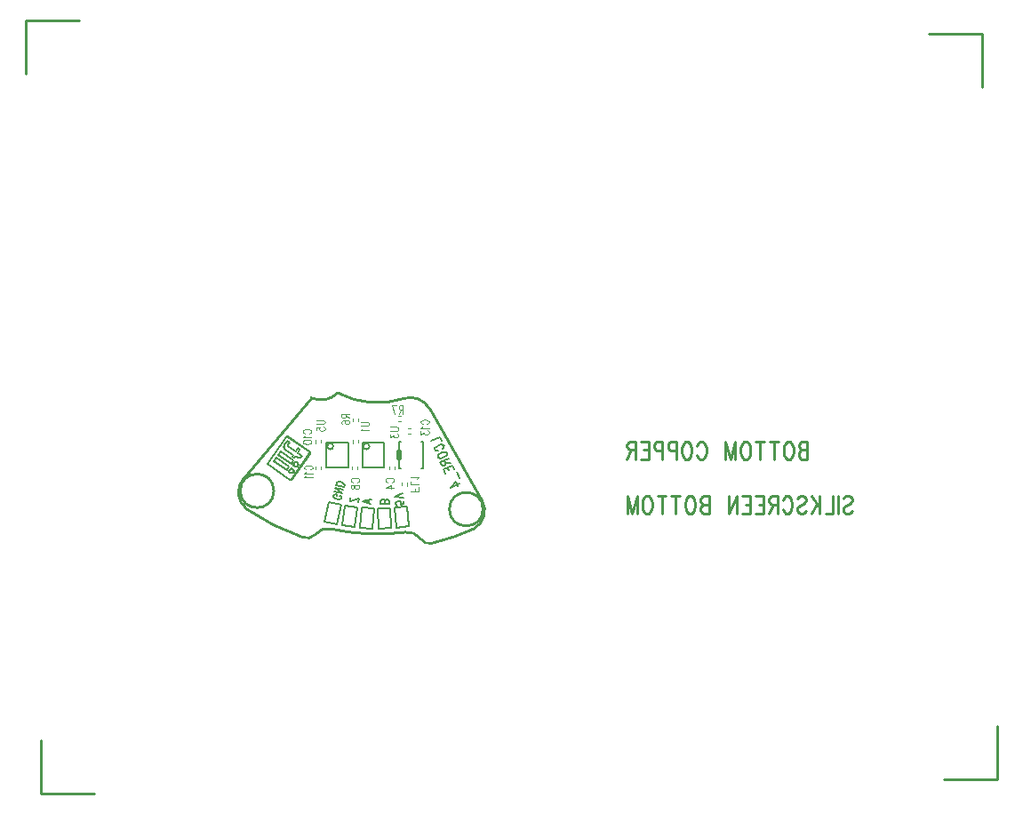
<source format=gbr>
*
*
G04 PADS 9.5 Build Number: 522968 generated Gerber (RS-274-X) file*
G04 PC Version=2.1*
*
%IN "LCORE_4.pcb"*%
*
%MOIN*%
*
%FSLAX35Y35*%
*
*
*
*
G04 PC Standard Apertures*
*
*
G04 Thermal Relief Aperture macro.*
%AMTER*
1,1,$1,0,0*
1,0,$1-$2,0,0*
21,0,$3,$4,0,0,45*
21,0,$3,$4,0,0,135*
%
*
*
G04 Annular Aperture macro.*
%AMANN*
1,1,$1,0,0*
1,0,$2,0,0*
%
*
*
G04 Odd Aperture macro.*
%AMODD*
1,1,$1,0,0*
1,0,$1-0.005,0,0*
%
*
*
G04 PC Custom Aperture Macros*
*
*
*
*
*
*
G04 PC Aperture Table*
*
%ADD010C,0.001*%
%ADD011C,0.004*%
%ADD012C,0.01*%
%ADD013C,0.00591*%
%ADD014C,0.006*%
%ADD016C,0.005*%
%ADD023C,0.01969*%
%ADD026C,0.00787*%
%ADD063C,0.00472*%
*
*
*
*
G04 PC Circuitry*
G04 Layer Name LCORE_4.pcb - circuitry*
%LPD*%
*
*
G04 PC Custom Flashes*
G04 Layer Name LCORE_4.pcb - flashes*
%LPD*%
*
*
G04 PC Circuitry*
G04 Layer Name LCORE_4.pcb - circuitry*
%LPD*%
*
G54D10*
G54D11*
G01X1956229Y1576539D02*
Y1577661D01*
X1954260Y1576563D02*
Y1577567D01*
X1940481Y1587492D02*
Y1586370D01*
X1942449Y1587469D02*
Y1586465D01*
X1942253Y1576539D02*
Y1577661D01*
X1940284Y1576563D02*
Y1577567D01*
X1926505Y1587492D02*
Y1586370D01*
X1928473Y1587469D02*
Y1586465D01*
Y1576539D02*
Y1577661D01*
X1926505Y1576563D02*
Y1577567D01*
X1960989Y1590087D02*
X1962111D01*
X1961012Y1592055D02*
X1962016D01*
X1940481Y1595760D02*
Y1594638D01*
X1942449Y1595736D02*
Y1594732D01*
X1960757Y1570437D02*
Y1571559D01*
X1958788Y1570461D02*
Y1571465D01*
X1957446Y1594614D02*
X1958568D01*
X1957469Y1596583D02*
X1958473D01*
G54D12*
X1910869Y1568500D02*
G75*
G03X1910869I-6300J0D01*
G01X1989309Y1561637D02*
G03X1989309I-6299J0D01*
G01X2110953Y1587003D02*
Y1580441D01*
Y1587003D02*
X2108908D01*
X2108226Y1586691*
X2107999Y1586378*
X2107772Y1585753*
Y1585128*
X2107999Y1584503*
X2108226Y1584191*
X2108908Y1583878*
X2110953D02*
X2108908D01*
X2108226Y1583566*
X2107999Y1583253*
X2107772Y1582628*
Y1581691*
X2107999Y1581066*
X2108226Y1580753*
X2108908Y1580441*
X2110953*
X2104363Y1587003D02*
X2104817Y1586691D01*
X2105272Y1586066*
X2105499Y1585441*
X2105726Y1584503*
Y1582941*
X2105499Y1582003*
X2105272Y1581378*
X2104817Y1580753*
X2104363Y1580441*
X2103453*
X2102999Y1580753*
X2102544Y1581378*
X2102317Y1582003*
X2102090Y1582941*
Y1584503*
X2102317Y1585441*
X2102544Y1586066*
X2102999Y1586691*
X2103453Y1587003*
X2104363*
X2098453D02*
Y1580441D01*
X2100044Y1587003D02*
X2096863D01*
X2093226D02*
Y1580441D01*
X2094817Y1587003D02*
X2091635D01*
X2088226D02*
X2088681Y1586691D01*
X2089135Y1586066*
X2089363Y1585441*
X2089590Y1584503*
Y1582941*
X2089363Y1582003*
X2089135Y1581378*
X2088681Y1580753*
X2088226Y1580441*
X2087317*
X2086863Y1580753*
X2086408Y1581378*
X2086181Y1582003*
X2085953Y1582941*
Y1584503*
X2086181Y1585441*
X2086408Y1586066*
X2086863Y1586691*
X2087317Y1587003*
X2088226*
X2083908D02*
Y1580441D01*
Y1587003D02*
X2082090Y1580441D01*
X2080272Y1587003D02*
X2082090Y1580441D01*
X2080272Y1587003D02*
Y1580441D01*
X2069590Y1585441D02*
X2069817Y1586066D01*
X2070272Y1586691*
X2070726Y1587003*
X2071635*
X2072090Y1586691*
X2072544Y1586066*
X2072772Y1585441*
X2072999Y1584503*
Y1582941*
X2072772Y1582003*
X2072544Y1581378*
X2072090Y1580753*
X2071635Y1580441*
X2070726*
X2070272Y1580753*
X2069817Y1581378*
X2069590Y1582003*
X2066181Y1587003D02*
X2066635Y1586691D01*
X2067090Y1586066*
X2067317Y1585441*
X2067544Y1584503*
Y1582941*
X2067317Y1582003*
X2067090Y1581378*
X2066635Y1580753*
X2066181Y1580441*
X2065272*
X2064817Y1580753*
X2064363Y1581378*
X2064135Y1582003*
X2063908Y1582941*
Y1584503*
X2064135Y1585441*
X2064363Y1586066*
X2064817Y1586691*
X2065272Y1587003*
X2066181*
X2061863D02*
Y1580441D01*
Y1587003D02*
X2059817D01*
X2059135Y1586691*
X2058908Y1586378*
X2058681Y1585753*
Y1584816*
X2058908Y1584191*
X2059135Y1583878*
X2059817Y1583566*
X2061863*
X2056635Y1587003D02*
Y1580441D01*
Y1587003D02*
X2054590D01*
X2053908Y1586691*
X2053681Y1586378*
X2053453Y1585753*
Y1584816*
X2053681Y1584191*
X2053908Y1583878*
X2054590Y1583566*
X2056635*
X2051408Y1587003D02*
Y1580441D01*
Y1587003D02*
X2048453D01*
X2051408Y1583878D02*
X2049590D01*
X2051408Y1580441D02*
X2048453D01*
X2046408Y1587003D02*
Y1580441D01*
Y1587003D02*
X2044363D01*
X2043681Y1586691*
X2043453Y1586378*
X2043226Y1585753*
Y1585128*
X2043453Y1584503*
X2043681Y1584191*
X2044363Y1583878*
X2046408*
X2044817D02*
X2043226Y1580441D01*
X2124504Y1565594D02*
X2124958Y1566219D01*
X2125640Y1566531*
X2126549*
X2127231Y1566219*
X2127686Y1565594*
Y1564969*
X2127458Y1564344*
X2127231Y1564031*
X2126777Y1563719*
X2125413Y1563094*
X2124958Y1562781*
X2124731Y1562469*
X2124504Y1561844*
Y1560906*
X2124958Y1560281*
X2125640Y1559969*
X2126549*
X2127231Y1560281*
X2127686Y1560906*
X2122458Y1566531D02*
Y1559969D01*
X2120413Y1566531D02*
Y1559969D01*
X2117686*
X2115640Y1566531D02*
Y1559969D01*
X2112458Y1566531D02*
X2115640Y1562156D01*
X2114504Y1563719D02*
X2112458Y1559969D01*
X2107231Y1565594D02*
X2107686Y1566219D01*
X2108368Y1566531*
X2109277*
X2109958Y1566219*
X2110413Y1565594*
Y1564969*
X2110186Y1564344*
X2109958Y1564031*
X2109504Y1563719*
X2108140Y1563094*
X2107686Y1562781*
X2107458Y1562469*
X2107231Y1561844*
Y1560906*
X2107686Y1560281*
X2108368Y1559969*
X2109277*
X2109958Y1560281*
X2110413Y1560906*
X2101777Y1564969D02*
X2102004Y1565594D01*
X2102458Y1566219*
X2102913Y1566531*
X2103822*
X2104277Y1566219*
X2104731Y1565594*
X2104958Y1564969*
X2105186Y1564031*
Y1562469*
X2104958Y1561531*
X2104731Y1560906*
X2104277Y1560281*
X2103822Y1559969*
X2102913*
X2102458Y1560281*
X2102004Y1560906*
X2101777Y1561531*
X2099731Y1566531D02*
Y1559969D01*
Y1566531D02*
X2097686D01*
X2097004Y1566219*
X2096777Y1565906*
X2096549Y1565281*
Y1564656*
X2096777Y1564031*
X2097004Y1563719*
X2097686Y1563406*
X2099731*
X2098140D02*
X2096549Y1559969D01*
X2094504Y1566531D02*
Y1559969D01*
Y1566531D02*
X2091549D01*
X2094504Y1563406D02*
X2092686D01*
X2094504Y1559969D02*
X2091549D01*
X2089504Y1566531D02*
Y1559969D01*
Y1566531D02*
X2086549D01*
X2089504Y1563406D02*
X2087686D01*
X2089504Y1559969D02*
X2086549D01*
X2084504Y1566531D02*
Y1559969D01*
Y1566531D02*
X2081322Y1559969D01*
Y1566531D02*
Y1559969D01*
X2074049Y1566531D02*
Y1559969D01*
Y1566531D02*
X2072004D01*
X2071322Y1566219*
X2071095Y1565906*
X2070868Y1565281*
Y1564656*
X2071095Y1564031*
X2071322Y1563719*
X2072004Y1563406*
X2074049D02*
X2072004D01*
X2071322Y1563094*
X2071095Y1562781*
X2070868Y1562156*
Y1561219*
X2071095Y1560594*
X2071322Y1560281*
X2072004Y1559969*
X2074049*
X2067458Y1566531D02*
X2067913Y1566219D01*
X2068368Y1565594*
X2068595Y1564969*
X2068822Y1564031*
Y1562469*
X2068595Y1561531*
X2068368Y1560906*
X2067913Y1560281*
X2067458Y1559969*
X2066549*
X2066095Y1560281*
X2065640Y1560906*
X2065413Y1561531*
X2065186Y1562469*
Y1564031*
X2065413Y1564969*
X2065640Y1565594*
X2066095Y1566219*
X2066549Y1566531*
X2067458*
X2061549D02*
Y1559969D01*
X2063140Y1566531D02*
X2059958D01*
X2056322D02*
Y1559969D01*
X2057913Y1566531D02*
X2054731D01*
X2051322D02*
X2051777Y1566219D01*
X2052231Y1565594*
X2052458Y1564969*
X2052686Y1564031*
Y1562469*
X2052458Y1561531*
X2052231Y1560906*
X2051777Y1560281*
X2051322Y1559969*
X2050413*
X2049958Y1560281*
X2049504Y1560906*
X2049277Y1561531*
X2049049Y1562469*
Y1564031*
X2049277Y1564969*
X2049504Y1565594*
X2049958Y1566219*
X2050413Y1566531*
X2051322*
X2047004D02*
Y1559969D01*
Y1566531D02*
X2045186Y1559969D01*
X2043368Y1566531D02*
X2045186Y1559969D01*
X2043368Y1566531D02*
Y1559969D01*
X1900788Y1561558D02*
G03X1921809Y1551031I48934J71466D01*
G01X1921827Y1551025D02*
G03X1926389Y1552091I1471J3999D01*
G01X1932249Y1554225D02*
G03X1926391Y1552092I-1336J-5442D01*
G01X1932289Y1554216D02*
G03X1960292Y1552993I17468J78795D01*
G01X1965815Y1550567D02*
G03X1960269Y1552990I-4781J-3386D01*
G01X1965819Y1550561D02*
G03X1970341Y1548880I3345J2074D01*
G01X1970380Y1548889D02*
G03X1985922Y1554286I-20514J84150D01*
G01X1985913Y1554281D02*
G03X1988944Y1564993I-3840J6872D01*
G01X1988940Y1564999D02*
X1969016Y1599606D01*
X1969018Y1599603D02*
G03X1959686Y1603148I-6910J-4135D01*
G01X1934880Y1605240D02*
G03X1959709Y1603156I14835J27784D01*
G01X1924884Y1603377D02*
G03X1934851Y1605260I3644J8033D01*
G01X1924879Y1603379D02*
X1899587Y1573281D01*
X1899585Y1573278D02*
G03X1900763Y1561574I5923J-5315D01*
G01X1837791Y1744944D02*
X1817791D01*
Y1724944*
X1823603Y1475056D02*
Y1455056D01*
X1843603*
X2162209Y1460312D02*
X2182209D01*
Y1480312*
X2176373Y1719944D02*
Y1739944D01*
X2156373*
G54D13*
X1958591Y1577094D02*
X1957804D01*
Y1586937*
X1958591*
X1966072Y1577094D02*
X1966859D01*
Y1586937*
X1966072*
X1959499Y1564735D02*
X1959648Y1563672D01*
X1958347Y1563380*
X1958478Y1563507*
X1958580Y1563847*
X1958535Y1564166*
X1958344Y1564464*
X1958022Y1564636*
X1957568Y1564681*
X1957291Y1564533*
X1956867Y1564365*
X1956605Y1564111*
X1956503Y1563772*
X1956548Y1563453*
X1956739Y1563154*
X1956900Y1563069*
X1957208Y1563003*
X1959334Y1565905D02*
X1956145Y1566324D01*
X1959095Y1567606D02*
X1956145Y1566324D01*
X1935652Y1566758D02*
X1935912Y1566583D01*
X1936147Y1566303*
X1936238Y1566059*
X1936134Y1565642*
X1935939Y1565469*
X1935600Y1565332*
X1935288Y1565300*
X1934832Y1565303*
X1934116Y1565481*
X1933712Y1565693*
X1933452Y1565868*
X1933217Y1566148*
X1933126Y1566392*
X1933230Y1566809*
X1933425Y1566981*
X1933763Y1567118*
X1934076Y1567151*
X1934506Y1567044*
X1934376Y1566523D02*
X1934506Y1567044D01*
X1936602Y1567517D02*
X1933593Y1568267D01*
X1936602Y1567517D02*
X1933957Y1569726D01*
X1936965Y1568976D02*
X1933957Y1569726D01*
X1937199Y1569913D02*
X1934191Y1570664D01*
X1937199Y1569913D02*
X1937381Y1570643D01*
X1937316Y1570991*
X1937081Y1571271*
X1936820Y1571446*
X1936417Y1571658*
X1935700Y1571836*
X1935245Y1571839*
X1934932Y1571807*
X1934594Y1571670*
X1934373Y1571393*
X1934191Y1570664*
X1944240Y1564580D02*
X1947370Y1565325D01*
X1944240Y1564580D02*
X1947307Y1563608D01*
X1946325Y1565041D02*
X1946286Y1563968D01*
X1954042Y1563773D02*
X1950942Y1563719D01*
X1954042Y1563773D02*
X1954025Y1564740D01*
X1953872Y1565059*
X1953723Y1565164*
X1953425Y1565266*
X1953130Y1565261*
X1952837Y1565148*
X1952691Y1565038*
X1952549Y1564714*
X1952566Y1563748D02*
X1952549Y1564714D01*
X1952396Y1565033*
X1952246Y1565138*
X1951949Y1565240*
X1951506Y1565233*
X1951213Y1565120*
X1951067Y1565010*
X1950925Y1564685*
X1950942Y1563719*
X1939414Y1564484D02*
X1942655Y1565654D01*
X1939571Y1565979D02*
X1939414Y1564484D01*
X1942655Y1565654D02*
X1942498Y1564159D01*
X1924339Y1582409D02*
X1924329Y1582417D01*
X1924359Y1582459*
X1924349Y1582466*
X1924383Y1582515*
X1924373Y1582522*
X1924400Y1582561*
X1924390Y1582568*
X1924411Y1582598*
X1924401Y1582604*
X1924414Y1582624*
X1924405Y1582631*
X1924425Y1582660*
X1924415Y1582667*
X1924429Y1582687*
X1924419Y1582694*
X1924433Y1582713*
X1924423Y1582720*
X1924436Y1582740*
X1924426Y1582747*
X1924433Y1582756*
X1924423Y1582763*
X1924437Y1582783*
X1924427Y1582790*
X1924441Y1582809*
X1924431Y1582816*
X1924438Y1582826*
X1924428Y1582833*
X1924435Y1582842*
X1924425Y1582849*
X1924438Y1582869*
X1924429Y1582876*
X1924435Y1582886*
X1924426Y1582892*
X1924432Y1582902*
X1924423Y1582909*
X1924429Y1582919*
X1924420Y1582926*
X1924426Y1582935*
X1924416Y1582942*
X1924423Y1582952*
X1924413Y1582959*
X1924420Y1582969*
X1924410Y1582975*
X1924417Y1582985*
X1924407Y1582992*
X1924414Y1583002*
X1924404Y1583009*
X1924411Y1583018*
X1924411D02*
X1924401Y1583025D01*
X1924408Y1583035*
X1924388Y1583049*
X1924395Y1583059*
X1924385Y1583065*
X1924392Y1583075*
X1924373Y1583089*
X1924379Y1583099*
X1924369Y1583105*
X1924376Y1583115*
X1924357Y1583129*
X1924363Y1583139*
X1924344Y1583152*
X1924351Y1583162*
X1924331Y1583176*
X1924338Y1583185*
X1924318Y1583199*
X1924325Y1583209*
X1924295Y1583229*
X1924302Y1583239*
X1924273Y1583259*
X1924279Y1583269*
X1924240Y1583296*
X1924247Y1583306*
X1916267Y1588821*
X1916261Y1588811*
X1916221Y1588838*
X1916215Y1588828*
X1916185Y1588848*
X1916178Y1588839*
X1916149Y1588859*
X1916142Y1588849*
X1916122Y1588863*
X1916116Y1588853*
X1916096Y1588866*
X1916089Y1588857*
X1916069Y1588870*
X1916063Y1588860*
X1916043Y1588874*
X1916036Y1588864*
X1916026Y1588871*
X1916020Y1588861*
X1916000Y1588875*
X1915993Y1588865*
X1915983Y1588872*
X1915977Y1588862*
X1915957Y1588875*
X1915950Y1588866*
X1915940Y1588872*
X1915934Y1588863*
X1915924Y1588869*
X1915917Y1588859*
X1915907Y1588866*
X1915900Y1588856*
X1915890Y1588863*
X1915884Y1588853*
X1915874Y1588860*
X1915867Y1588850*
X1915857Y1588857*
X1915850Y1588847*
X1915841Y1588854*
X1915834Y1588844*
X1915824Y1588851*
X1915817Y1588841*
X1915807Y1588848*
X1915801Y1588838*
X1915791Y1588845*
X1915777Y1588825*
X1915767Y1588832*
X1915761Y1588822*
X1915751Y1588829*
X1915744Y1588819*
X1915734Y1588826*
X1915721Y1588806*
X1915711Y1588813*
X1915697Y1588794*
X1915687Y1588800*
X1915680Y1588791*
X1915671Y1588797*
X1915657Y1588778*
X1915647Y1588784*
X1915634Y1588765*
X1915624Y1588772*
X1915610Y1588752*
X1915600Y1588759*
X1915580Y1588729*
X1915570Y1588736*
X1915557Y1588716*
X1915547Y1588723*
X1915520Y1588684*
X1915510Y1588691*
X1915449Y1588602*
X1915439Y1588609*
X1908424Y1578458*
X1916855Y1572631*
X1916862Y1572641*
X1916911Y1572607*
X1916918Y1572617*
X1916947Y1572596*
X1916954Y1572606*
X1916984Y1572586*
X1916991Y1572596*
X1917010Y1572582*
X1917017Y1572592*
X1917037Y1572578*
X1917043Y1572588*
X1917063Y1572575*
X1917070Y1572584*
X1917090Y1572571*
X1917096Y1572581*
X1917106Y1572574*
X1917113Y1572584*
X1917133Y1572570*
X1917139Y1572580*
X1917149Y1572573*
X1917156Y1572583*
X1917166Y1572576*
X1917173Y1572586*
X1917192Y1572572*
X1917199Y1572582*
X1917209Y1572575*
X1917216Y1572585*
X1917226Y1572579*
X1917232Y1572588*
X1917242Y1572582*
X1917249Y1572591*
X1917259Y1572585*
X1917266Y1572594*
X1917275Y1572588*
X1917282Y1572597*
X1917292Y1572591*
X1917299Y1572600*
X1917309Y1572594*
X1917315Y1572604*
X1917325Y1572597*
X1917332Y1572607*
X1917342Y1572600*
X1917355Y1572619*
X1917365Y1572613*
X1917372Y1572622*
X1917382Y1572616*
X1917395Y1572635*
X1917405Y1572629*
X1917412Y1572638*
X1917422Y1572632*
X1917435Y1572651*
X1917445Y1572644*
X1917452Y1572654*
X1917462Y1572647*
X1917475Y1572667*
X1917485Y1572660*
X1917499Y1572680*
X1917509Y1572673*
X1917522Y1572693*
X1917532Y1572686*
X1917552Y1572716*
X1917562Y1572709*
X1917576Y1572728*
X1917586Y1572722*
X1917613Y1572761*
X1917623Y1572754*
X1917643Y1572784*
X1917653Y1572777*
X1917687Y1572826*
X1917697Y1572819*
X1917726Y1572861*
X1917736Y1572854*
X1924339Y1582409*
X1924199Y1582501D02*
X1917591Y1572940D01*
X1917581Y1572946*
X1917547Y1572897*
X1917538Y1572904*
X1917510Y1572865*
X1917501Y1572871*
X1917480Y1572842*
X1917470Y1572849*
X1917457Y1572829*
X1917447Y1572836*
X1917427Y1572806*
X1917417Y1572813*
X1917410Y1572803*
X1917400Y1572810*
X1917387Y1572791*
X1917377Y1572797*
X1917363Y1572778*
X1917353Y1572784*
X1917347Y1572775*
X1917337Y1572781*
X1917323Y1572762*
X1917313Y1572769*
X1917306Y1572759*
X1917297Y1572766*
X1917290Y1572756*
X1917280Y1572763*
X1917266Y1572743*
X1917257Y1572750*
X1917250Y1572740*
X1917240Y1572747*
X1917233Y1572737*
X1917223Y1572744*
X1917217Y1572734*
X1917207Y1572741*
X1917200Y1572731*
X1917190Y1572737*
X1917183Y1572728*
X1917164Y1572741*
X1917157Y1572731*
X1917147Y1572738*
X1917140Y1572728*
X1917130Y1572735*
X1917124Y1572725*
X1917104Y1572739*
X1917097Y1572729*
X1917087Y1572736*
X1917081Y1572726*
X1917061Y1572740*
X1917054Y1572730*
X1917035Y1572743*
X1917028Y1572734*
X1916998Y1572754*
X1916991Y1572744*
X1916962Y1572764*
X1916955Y1572755*
X1916916Y1572782*
X1916909Y1572772*
X1908625Y1578497*
X1915531Y1588491*
X1915541Y1588484*
X1915575Y1588533*
X1915585Y1588526*
X1915612Y1588566*
X1915622Y1588559*
X1915642Y1588588*
X1915652Y1588582*
X1915666Y1588601*
X1915676Y1588594*
X1915696Y1588624*
X1915706Y1588617*
X1915719Y1588637*
X1915729Y1588630*
X1915736Y1588640*
X1915746Y1588633*
X1915759Y1588653*
X1915769Y1588646*
X1915783Y1588666*
X1915793Y1588659*
X1915799Y1588669*
X1915809Y1588662*
X1915816Y1588672*
X1915826Y1588665*
X1915840Y1588685*
X1915849Y1588678*
X1915856Y1588688*
X1915866Y1588681*
X1915873Y1588691*
X1915883Y1588684*
X1915889Y1588694*
X1915899Y1588687*
X1915906Y1588697*
X1915916Y1588690*
X1915923Y1588700*
X1915932Y1588693*
X1915939Y1588703*
X1915959Y1588689*
X1915966Y1588699*
X1915975Y1588692*
X1915975D02*
X1915982Y1588702D01*
X1915992Y1588695*
X1915999Y1588705*
X1916019Y1588691*
X1916025Y1588701*
X1916035Y1588694*
X1916035D02*
X1916042Y1588704D01*
X1916062Y1588691*
X1916068Y1588701*
X1916088Y1588687*
X1916095Y1588697*
X1916124Y1588676*
X1916131Y1588686*
X1916161Y1588666*
X1916167Y1588676*
X1916207Y1588649*
X1916213Y1588658*
X1924114Y1583198*
X1924108Y1583189*
X1924147Y1583161*
X1924140Y1583152*
X1924170Y1583131*
X1924163Y1583121*
X1924192Y1583101*
X1924185Y1583091*
X1924205Y1583078*
X1924198Y1583068*
X1924218Y1583054*
X1924211Y1583044*
X1924221Y1583038*
X1924214Y1583028*
X1924234Y1583014*
X1924227Y1583004*
X1924237Y1582998*
X1924230Y1582988*
X1924240Y1582981*
X1924233Y1582971*
X1924253Y1582958*
X1924246Y1582948*
X1924256Y1582941*
X1924249Y1582931*
X1924259Y1582924*
X1924252Y1582914*
X1924262Y1582908*
X1924255Y1582898*
X1924265Y1582891*
X1924258Y1582881*
X1924268Y1582874*
X1924261Y1582865*
X1924271Y1582858*
X1924257Y1582838*
X1924267Y1582831*
X1924260Y1582822*
X1924270Y1582815*
X1924264Y1582805*
X1924273Y1582798*
X1924260Y1582778*
X1924270Y1582772*
X1924256Y1582752*
X1924266Y1582745*
X1924259Y1582735*
X1924269Y1582729*
X1924255Y1582709*
X1924265Y1582702*
X1924245Y1582673*
X1924255Y1582666*
X1924241Y1582646*
X1924251Y1582639*
X1924230Y1582610*
X1924240Y1582603*
X1924213Y1582564*
X1924223Y1582557*
X1924189Y1582508*
X1924199Y1582501*
X1916591Y1577514D02*
X1911717Y1580883D01*
X1910780Y1579527*
X1915654Y1576158*
X1916591Y1577514*
X1918270Y1575635D02*
X1918260Y1575642D01*
X1918294Y1575691*
X1918284Y1575698*
X1918312Y1575737*
X1918302Y1575744*
X1918322Y1575774*
X1918312Y1575780*
X1918326Y1575800*
X1918316Y1575807*
X1918336Y1575836*
X1918327Y1575843*
X1918340Y1575863*
X1918330Y1575870*
X1918344Y1575889*
X1918334Y1575896*
X1918348Y1575916*
X1918338Y1575923*
X1918351Y1575942*
X1918342Y1575949*
X1918348Y1575959*
X1918339Y1575966*
X1918352Y1575985*
X1918342Y1575992*
X1918349Y1576002*
X1918339Y1576009*
X1918346Y1576019*
X1918336Y1576025*
X1918350Y1576045*
X1918340Y1576052*
X1918347Y1576062*
X1918337Y1576068*
X1918344Y1576078*
X1918334Y1576085*
X1918341Y1576095*
X1918331Y1576102*
X1918338Y1576111*
X1918328Y1576118*
X1918335Y1576128*
X1918325Y1576135*
X1918332Y1576145*
X1918322Y1576151*
X1918329Y1576161*
X1918319Y1576168*
X1918326Y1576178*
X1918316Y1576185*
X1918323Y1576195*
X1918313Y1576201*
X1918319Y1576211*
X1918310Y1576218*
X1918316Y1576228*
X1918307Y1576235*
X1918313Y1576244*
X1918304Y1576251*
X1918310Y1576261*
X1918291Y1576275*
X1918298Y1576284*
X1918288Y1576291*
X1918294Y1576301*
X1918285Y1576308*
X1918291Y1576318*
X1918272Y1576331*
X1918279Y1576341*
X1918269Y1576348*
X1918276Y1576358*
X1918256Y1576371*
X1918263Y1576381*
X1918243Y1576395*
X1918250Y1576404*
X1918230Y1576418*
X1918237Y1576428*
X1918217Y1576441*
X1918224Y1576451*
X1918204Y1576465*
X1918211Y1576475*
X1918182Y1576495*
X1918189Y1576505*
X1918159Y1576525*
X1918166Y1576535*
X1918127Y1576562*
X1918133Y1576572*
X1918084Y1576606*
X1918091Y1576616*
X1918003Y1576677*
X1918009Y1576687*
X1917921Y1576748*
X1917914Y1576738*
X1917816Y1576806*
X1917809Y1576796*
X1917760Y1576830*
X1917753Y1576820*
X1917724Y1576841*
X1917717Y1576831*
X1917687Y1576851*
X1917681Y1576841*
X1917651Y1576862*
X1917644Y1576852*
X1917625Y1576866*
X1917618Y1576856*
X1917588Y1576876*
X1917582Y1576866*
X1917562Y1576880*
X1917555Y1576870*
X1917545Y1576877*
X1917539Y1576867*
X1917519Y1576881*
X1917512Y1576871*
X1917492Y1576884*
X1917486Y1576874*
X1917476Y1576881*
X1917469Y1576871*
X1917449Y1576885*
X1917443Y1576875*
X1917433Y1576882*
X1917426Y1576872*
X1917416Y1576879*
X1917409Y1576869*
X1917390Y1576883*
X1917383Y1576873*
X1917373Y1576880*
X1917366Y1576870*
X1917356Y1576877*
X1917350Y1576867*
X1917340Y1576874*
X1917333Y1576864*
X1917323Y1576871*
X1917316Y1576861*
X1917307Y1576868*
X1917300Y1576858*
X1917290Y1576865*
X1917283Y1576855*
X1917273Y1576861*
X1917267Y1576852*
X1917257Y1576858*
X1917250Y1576849*
X1917240Y1576855*
X1917233Y1576846*
X1917224Y1576852*
X1917210Y1576833*
X1917200Y1576840*
X1917193Y1576830*
X1917183Y1576836*
X1917177Y1576827*
X1917167Y1576833*
X1917160Y1576824*
X1917150Y1576830*
X1917137Y1576811*
X1917127Y1576818*
X1917120Y1576808*
X1917110Y1576814*
X1917097Y1576795*
X1917087Y1576802*
X1917073Y1576782*
X1917063Y1576789*
X1917050Y1576769*
X1917040Y1576776*
X1917026Y1576756*
X1917017Y1576763*
X1917003Y1576743*
X1916993Y1576750*
X1916980Y1576731*
X1916970Y1576737*
X1916949Y1576708*
X1916940Y1576715*
X1916912Y1576675*
X1916903Y1576682*
X1916875Y1576643*
X1916866Y1576650*
X1916825Y1576591*
X1916815Y1576597*
X1916686Y1576411*
X1916696Y1576404*
X1916655Y1576345*
X1916665Y1576338*
X1916631Y1576289*
X1916641Y1576282*
X1916620Y1576253*
X1916630Y1576246*
X1916610Y1576216*
X1916620Y1576210*
X1916606Y1576190*
X1916616Y1576183*
X1916602Y1576164*
X1916612Y1576157*
X1916599Y1576137*
X1916608Y1576130*
X1916595Y1576111*
X1916605Y1576104*
X1916591Y1576084*
X1916601Y1576077*
X1916587Y1576058*
X1916597Y1576051*
X1916590Y1576041*
X1916600Y1576034*
X1916587Y1576015*
X1916596Y1576008*
X1916590Y1575998*
X1916599Y1575991*
X1916593Y1575982*
X1916603Y1575975*
X1916589Y1575955*
X1916599Y1575948*
X1916592Y1575938*
X1916602Y1575932*
X1916595Y1575922*
X1916605Y1575915*
X1916598Y1575905*
X1916608Y1575898*
X1916601Y1575889*
X1916611Y1575882*
X1916604Y1575872*
X1916614Y1575865*
X1916607Y1575855*
X1916617Y1575849*
X1916610Y1575839*
X1916620Y1575832*
X1916613Y1575822*
X1916623Y1575815*
X1916616Y1575806*
X1916626Y1575799*
X1916619Y1575789*
X1916629Y1575782*
X1916622Y1575772*
X1916632Y1575765*
X1916625Y1575756*
X1916645Y1575742*
X1916638Y1575732*
X1916648Y1575725*
X1916641Y1575716*
X1916651Y1575709*
X1916644Y1575699*
X1916664Y1575685*
X1916657Y1575676*
X1916667Y1575669*
X1916660Y1575659*
X1916680Y1575645*
X1916673Y1575636*
X1916693Y1575622*
X1916686Y1575612*
X1916706Y1575599*
X1916699Y1575589*
X1916718Y1575575*
X1916712Y1575565*
X1916731Y1575552*
X1916725Y1575542*
X1916725D02*
X1916744Y1575528D01*
X1916737Y1575519*
X1916767Y1575498*
X1916760Y1575488*
X1916799Y1575461*
X1916793Y1575451*
X1916832Y1575424*
X1916825Y1575414*
X1916884Y1575374*
X1916877Y1575364*
X1917084Y1575221*
X1917090Y1575231*
X1917149Y1575190*
X1917156Y1575200*
X1917195Y1575173*
X1917202Y1575183*
X1917232Y1575162*
X1917239Y1575172*
X1917268Y1575152*
X1917275Y1575162*
X1917304Y1575141*
X1917311Y1575151*
X1917331Y1575138*
X1917338Y1575147*
X1917357Y1575134*
X1917364Y1575144*
X1917384Y1575130*
X1917390Y1575140*
X1917410Y1575126*
X1917417Y1575136*
X1917427Y1575129*
X1917433Y1575139*
X1917453Y1575126*
X1917460Y1575135*
X1917470Y1575129*
X1917477Y1575138*
X1917496Y1575125*
X1917503Y1575135*
X1917513Y1575128*
X1917520Y1575138*
X1917529Y1575131*
X1917536Y1575141*
X1917546Y1575134*
X1917553Y1575144*
X1917563Y1575137*
X1917569Y1575147*
X1917589Y1575133*
X1917596Y1575143*
X1917606Y1575136*
X1917613Y1575146*
X1917622Y1575139*
X1917629Y1575149*
X1917639Y1575142*
X1917646Y1575152*
X1917656Y1575145*
X1917662Y1575155*
X1917672Y1575148*
X1917679Y1575158*
X1917689Y1575151*
X1917702Y1575171*
X1917712Y1575164*
X1917719Y1575174*
X1917729Y1575167*
X1917736Y1575177*
X1917745Y1575170*
X1917752Y1575180*
X1917762Y1575173*
X1917776Y1575193*
X1917785Y1575186*
X1917792Y1575196*
X1917802Y1575189*
X1917816Y1575209*
X1917826Y1575202*
X1917832Y1575212*
X1917842Y1575205*
X1917856Y1575225*
X1917866Y1575218*
X1917879Y1575238*
X1917889Y1575231*
X1917903Y1575251*
X1917912Y1575244*
X1917926Y1575263*
X1917936Y1575257*
X1917949Y1575276*
X1917959Y1575270*
X1917980Y1575299*
X1917989Y1575292*
X1918010Y1575322*
X1918020Y1575315*
X1918047Y1575354*
X1918057Y1575347*
X1918091Y1575397*
X1918100Y1575390*
X1918270Y1575635*
Y1579943D02*
X1913395Y1583312D01*
X1912458Y1581956*
X1917332Y1578587*
X1918270Y1579943*
X1919931Y1578038D02*
X1919921Y1578045D01*
X1919962Y1578104*
X1919952Y1578111*
X1919979Y1578150*
X1919969Y1578157*
X1919989Y1578186*
X1919980Y1578193*
X1919993Y1578213*
X1919983Y1578220*
X1920004Y1578249*
X1919994Y1578256*
X1920008Y1578276*
X1919998Y1578282*
X1920011Y1578302*
X1920001Y1578309*
X1920015Y1578328*
X1920005Y1578335*
X1920012Y1578345*
X1920002Y1578352*
X1920016Y1578372*
X1920006Y1578378*
X1920020Y1578398*
X1920010Y1578405*
X1920016Y1578415*
X1920007Y1578421*
X1920013Y1578431*
X1920004Y1578438*
X1920017Y1578458*
X1920007Y1578464*
X1920014Y1578474*
X1920004Y1578481*
X1920011Y1578491*
X1920001Y1578498*
X1920008Y1578508*
X1920008D02*
X1919998Y1578514D01*
X1920005Y1578524*
X1919995Y1578531*
X1920002Y1578541*
X1919992Y1578548*
X1919999Y1578557*
X1919989Y1578564*
X1919996Y1578574*
X1919986Y1578581*
X1919993Y1578591*
X1919983Y1578597*
X1919990Y1578607*
X1919980Y1578614*
X1919987Y1578624*
X1919977Y1578631*
X1919984Y1578640*
X1919974Y1578647*
X1919981Y1578657*
X1919971Y1578664*
X1919978Y1578674*
X1919958Y1578687*
X1919965Y1578697*
X1919955Y1578704*
X1919962Y1578714*
X1919942Y1578727*
X1919949Y1578737*
X1919939Y1578744*
X1919946Y1578754*
X1919926Y1578767*
X1919933Y1578777*
X1919923Y1578784*
X1919930Y1578794*
X1919910Y1578807*
X1919917Y1578817*
X1919898Y1578831*
X1919904Y1578841*
X1919885Y1578854*
X1919891Y1578864*
X1919862Y1578884*
X1919869Y1578894*
X1919849Y1578908*
X1919856Y1578918*
X1919826Y1578938*
X1919833Y1578948*
X1919794Y1578975*
X1919801Y1578985*
X1919752Y1579019*
X1919758Y1579029*
X1919493Y1579212*
X1919486Y1579202*
X1919437Y1579236*
X1919430Y1579226*
X1919391Y1579253*
X1919384Y1579244*
X1919355Y1579264*
X1919348Y1579254*
X1919318Y1579275*
X1919312Y1579265*
X1919292Y1579278*
X1919285Y1579268*
X1919266Y1579282*
X1919259Y1579272*
X1919239Y1579286*
X1919232Y1579276*
X1919213Y1579290*
X1919206Y1579280*
X1919186Y1579293*
X1919179Y1579283*
X1919160Y1579297*
X1919153Y1579287*
X1919143Y1579294*
X1919136Y1579284*
X1919127Y1579291*
X1919120Y1579281*
X1919100Y1579295*
X1919093Y1579285*
X1919083Y1579292*
X1919077Y1579282*
X1919067Y1579289*
X1919060Y1579279*
X1919040Y1579292*
X1919034Y1579283*
X1919024Y1579289*
X1919017Y1579280*
X1919007Y1579286*
X1919000Y1579277*
X1918991Y1579283*
X1918984Y1579273*
X1918974Y1579280*
X1918967Y1579270*
X1918957Y1579277*
X1918951Y1579267*
X1918941Y1579274*
X1918934Y1579264*
X1918924Y1579271*
X1918917Y1579261*
X1918907Y1579268*
X1918901Y1579258*
X1918891Y1579265*
X1918877Y1579245*
X1918867Y1579252*
X1918861Y1579242*
X1918851Y1579249*
X1918844Y1579239*
X1918834Y1579246*
X1918821Y1579227*
X1918821D02*
X1918811Y1579233D01*
X1918804Y1579223*
X1918794Y1579230*
X1918781Y1579211*
X1918771Y1579217*
X1918764Y1579208*
X1918754Y1579214*
X1918741Y1579195*
X1918731Y1579201*
X1918717Y1579182*
X1918707Y1579189*
X1918694Y1579169*
X1918684Y1579176*
X1918670Y1579156*
X1918661Y1579163*
X1918640Y1579133*
X1918630Y1579140*
X1918617Y1579121*
X1918607Y1579127*
X1918580Y1579088*
X1918570Y1579095*
X1918543Y1579056*
X1918533Y1579062*
X1918492Y1579003*
X1918482Y1579010*
X1918353Y1578823*
X1918363Y1578817*
X1918316Y1578748*
X1918325Y1578741*
X1918298Y1578702*
X1918308Y1578695*
X1918288Y1578665*
X1918298Y1578659*
X1918277Y1578629*
X1918287Y1578622*
X1918273Y1578603*
X1918283Y1578596*
X1918263Y1578566*
X1918273Y1578560*
X1918259Y1578540*
X1918269Y1578533*
X1918262Y1578523*
X1918272Y1578517*
X1918258Y1578497*
X1918268Y1578490*
X1918255Y1578471*
X1918264Y1578464*
X1918258Y1578454*
X1918268Y1578447*
X1918254Y1578427*
X1918264Y1578421*
X1918257Y1578411*
X1918267Y1578404*
X1918253Y1578384*
X1918263Y1578378*
X1918256Y1578368*
X1918266Y1578361*
X1918259Y1578351*
X1918269Y1578344*
X1918262Y1578335*
X1918272Y1578328*
X1918265Y1578318*
X1918275Y1578311*
X1918268Y1578301*
X1918278Y1578295*
X1918271Y1578285*
X1918281Y1578278*
X1918274Y1578268*
X1918284Y1578261*
X1918277Y1578251*
X1918287Y1578245*
X1918281Y1578235*
X1918290Y1578228*
X1918284Y1578218*
X1918293Y1578211*
X1918287Y1578202*
X1918296Y1578195*
X1918290Y1578185*
X1918299Y1578178*
X1918293Y1578168*
X1918303Y1578162*
X1918296Y1578152*
X1918315Y1578138*
X1918309Y1578128*
X1918318Y1578122*
X1918312Y1578112*
X1918331Y1578098*
X1918324Y1578088*
X1918334Y1578082*
X1918328Y1578072*
X1918347Y1578058*
X1918340Y1578048*
X1918350Y1578042*
X1918343Y1578032*
X1918363Y1578018*
X1918356Y1578008*
X1918376Y1577995*
X1918369Y1577985*
X1918399Y1577964*
X1918392Y1577955*
X1918411Y1577941*
X1918405Y1577931*
X1918434Y1577911*
X1918427Y1577901*
X1918457Y1577881*
X1918450Y1577871*
X1918489Y1577844*
X1918483Y1577834*
X1918542Y1577793*
X1918535Y1577783*
X1918761Y1577627*
X1918768Y1577637*
X1918827Y1577596*
X1918833Y1577606*
X1918873Y1577579*
X1918879Y1577589*
X1918909Y1577568*
X1918916Y1577578*
X1918945Y1577558*
X1918952Y1577568*
X1918972Y1577554*
X1918978Y1577564*
X1918998Y1577550*
X1919005Y1577560*
X1919025Y1577546*
X1919031Y1577556*
X1919051Y1577543*
X1919058Y1577553*
X1919077Y1577539*
X1919084Y1577549*
X1919094Y1577542*
X1919101Y1577552*
X1919120Y1577538*
X1919127Y1577548*
X1919137Y1577541*
X1919144Y1577551*
X1919164Y1577538*
X1919170Y1577547*
X1919180Y1577541*
X1919187Y1577550*
X1919197Y1577544*
X1919204Y1577553*
X1919223Y1577540*
X1919230Y1577550*
X1919240Y1577543*
X1919247Y1577553*
X1919256Y1577546*
X1919263Y1577556*
X1919273Y1577549*
X1919280Y1577559*
X1919290Y1577552*
X1919296Y1577562*
X1919306Y1577555*
X1919313Y1577565*
X1919323Y1577558*
X1919330Y1577568*
X1919340Y1577561*
X1919346Y1577571*
X1919356Y1577564*
X1919363Y1577574*
X1919373Y1577567*
X1919386Y1577587*
X1919396Y1577580*
X1919403Y1577590*
X1919413Y1577583*
X1919420Y1577593*
X1919429Y1577586*
X1919443Y1577606*
X1919453Y1577599*
X1919460Y1577609*
X1919469Y1577602*
X1919483Y1577622*
X1919493Y1577615*
X1919500Y1577625*
X1919509Y1577618*
X1919523Y1577638*
X1919533Y1577631*
X1919546Y1577650*
X1919556Y1577644*
X1919570Y1577663*
X1919580Y1577656*
X1919593Y1577676*
X1919603Y1577669*
X1919617Y1577689*
X1919627Y1577682*
X1919647Y1577712*
X1919657Y1577705*
X1919677Y1577734*
X1919687Y1577728*
X1919714Y1577767*
X1919724Y1577760*
X1919758Y1577809*
X1919768Y1577802*
X1919931Y1578038*
X1921356Y1581639D02*
X1919744Y1582753D01*
X1920627Y1584030*
X1919870Y1584553*
X1918988Y1583276*
X1916393Y1585069*
X1916400Y1585079*
X1916292Y1585153*
X1916299Y1585163*
X1916230Y1585211*
X1916237Y1585220*
X1916197Y1585248*
X1916204Y1585257*
X1916165Y1585285*
X1916172Y1585294*
X1916132Y1585322*
X1916139Y1585331*
X1916110Y1585352*
X1916116Y1585362*
X1916097Y1585375*
X1916104Y1585385*
X1916084Y1585399*
X1916091Y1585408*
X1916071Y1585422*
X1916078Y1585432*
X1916058Y1585445*
X1916065Y1585455*
X1916045Y1585469*
X1916052Y1585479*
X1916042Y1585485*
X1916049Y1585495*
X1916029Y1585509*
X1916036Y1585519*
X1916026Y1585525*
X1916033Y1585535*
X1916023Y1585542*
X1916030Y1585552*
X1916020Y1585559*
X1916027Y1585569*
X1916017Y1585575*
X1916024Y1585585*
X1916014Y1585592*
X1916021Y1585602*
X1916011Y1585609*
X1916018Y1585618*
X1916008Y1585625*
X1916022Y1585645*
X1916012Y1585652*
X1916019Y1585661*
X1916009Y1585668*
X1916023Y1585688*
X1916023D02*
X1916013Y1585695D01*
X1916026Y1585714*
X1916016Y1585721*
X1916030Y1585741*
X1916020Y1585748*
X1916034Y1585767*
X1916024Y1585774*
X1916044Y1585804*
X1916034Y1585810*
X1916062Y1585850*
X1916052Y1585856*
X1916079Y1585896*
X1916069Y1585903*
X1916117Y1585971*
X1916107Y1585978*
X1916311Y1586273*
X1916320Y1586266*
X1916382Y1586355*
X1916391Y1586348*
X1916439Y1586417*
X1916449Y1586410*
X1916483Y1586459*
X1916493Y1586452*
X1916526Y1586501*
X1916536Y1586494*
X1916570Y1586544*
X1916580Y1586537*
X1916607Y1586576*
X1916617Y1586569*
X1916644Y1586609*
X1916654Y1586602*
X1916674Y1586631*
X1916684Y1586625*
X1916711Y1586664*
X1916721Y1586657*
X1916728Y1586667*
X1915952Y1587203*
X1915938Y1587184*
X1915928Y1587190*
X1915915Y1587171*
X1915905Y1587178*
X1915885Y1587148*
X1915875Y1587155*
X1915854Y1587125*
X1915844Y1587132*
X1915824Y1587103*
X1915814Y1587110*
X1915794Y1587080*
X1915784Y1587087*
X1915757Y1587048*
X1915747Y1587054*
X1915720Y1587015*
X1915710Y1587022*
X1915683Y1586983*
X1915673Y1586989*
X1915639Y1586940*
X1915629Y1586947*
X1915595Y1586898*
X1915586Y1586905*
X1915552Y1586855*
X1915542Y1586862*
X1915501Y1586803*
X1915491Y1586810*
X1915437Y1586731*
X1915427Y1586738*
X1915373Y1586660*
X1915363Y1586666*
X1915295Y1586568*
X1915285Y1586575*
X1915190Y1586437*
X1915180Y1586444*
X1914868Y1585992*
X1914878Y1585985*
X1914817Y1585897*
X1914826Y1585890*
X1914786Y1585831*
X1914795Y1585824*
X1914762Y1585775*
X1914771Y1585768*
X1914744Y1585729*
X1914754Y1585722*
X1914727Y1585683*
X1914737Y1585676*
X1914716Y1585647*
X1914726Y1585640*
X1914706Y1585610*
X1914716Y1585604*
X1914695Y1585574*
X1914705Y1585567*
X1914685Y1585538*
X1914694Y1585531*
X1914681Y1585512*
X1914691Y1585505*
X1914670Y1585475*
X1914680Y1585468*
X1914667Y1585449*
X1914676Y1585442*
X1914663Y1585422*
X1914673Y1585416*
X1914659Y1585396*
X1914669Y1585389*
X1914655Y1585369*
X1914665Y1585363*
X1914652Y1585343*
X1914661Y1585336*
X1914648Y1585317*
X1914658Y1585310*
X1914644Y1585290*
X1914654Y1585283*
X1914647Y1585274*
X1914657Y1585267*
X1914643Y1585247*
X1914653Y1585240*
X1914646Y1585230*
X1914656Y1585224*
X1914643Y1585204*
X1914652Y1585197*
X1914646Y1585187*
X1914656Y1585181*
X1914642Y1585161*
X1914652Y1585154*
X1914645Y1585144*
X1914655Y1585138*
X1914641Y1585118*
X1914651Y1585111*
X1914644Y1585101*
X1914654Y1585094*
X1914647Y1585085*
X1914657Y1585078*
X1914650Y1585068*
X1914660Y1585061*
X1914647Y1585042*
X1914656Y1585035*
X1914650Y1585025*
X1914659Y1585018*
X1914653Y1585008*
X1914662Y1585002*
X1914656Y1584992*
X1914665Y1584985*
X1914659Y1584975*
X1914669Y1584968*
X1914662Y1584958*
X1914672Y1584952*
X1914665Y1584942*
X1914675Y1584935*
X1914668Y1584925*
X1914678Y1584918*
X1914671Y1584909*
X1914681Y1584902*
X1914674Y1584892*
X1914684Y1584885*
X1914677Y1584875*
X1914687Y1584869*
X1914680Y1584859*
X1914690Y1584852*
X1914683Y1584842*
X1914693Y1584835*
X1914686Y1584826*
X1914696Y1584819*
X1914689Y1584809*
X1914699Y1584802*
X1914692Y1584792*
X1914702Y1584786*
X1914695Y1584776*
X1914705Y1584769*
X1914698Y1584759*
X1914718Y1584745*
X1914711Y1584736*
X1914721Y1584729*
X1914714Y1584719*
X1914724Y1584712*
X1914717Y1584702*
X1914737Y1584689*
X1914730Y1584679*
X1914740Y1584672*
X1914733Y1584662*
X1914743Y1584656*
X1914736Y1584646*
X1914756Y1584632*
X1914749Y1584622*
X1914759Y1584616*
X1914752Y1584606*
X1914772Y1584592*
X1914765Y1584582*
X1914775Y1584576*
X1914768Y1584566*
X1914787Y1584552*
X1914781Y1584542*
X1914800Y1584529*
X1914794Y1584519*
X1914803Y1584512*
X1914797Y1584502*
X1914816Y1584489*
X1914809Y1584479*
X1914829Y1584465*
X1914822Y1584455*
X1914842Y1584442*
X1914835Y1584432*
X1914855Y1584418*
X1914848Y1584409*
X1914868Y1584395*
X1914861Y1584385*
X1914881Y1584372*
X1914874Y1584362*
X1914903Y1584341*
X1914896Y1584332*
X1914916Y1584318*
X1914909Y1584308*
X1914929Y1584295*
X1914922Y1584285*
X1914952Y1584264*
X1914945Y1584255*
X1914974Y1584234*
X1914968Y1584224*
X1914997Y1584204*
X1914990Y1584194*
X1915020Y1584174*
X1915013Y1584164*
X1915042Y1584144*
X1915036Y1584134*
X1915075Y1584107*
X1915068Y1584097*
X1915107Y1584070*
X1915101Y1584060*
X1915140Y1584033*
X1915133Y1584023*
X1915182Y1583989*
X1915176Y1583979*
X1915225Y1583945*
X1915218Y1583935*
X1915277Y1583895*
X1915270Y1583885*
X1915349Y1583830*
X1915342Y1583821*
X1915450Y1583746*
X1915443Y1583736*
X1918067Y1581923*
X1917666Y1581343*
X1918399Y1580837*
X1918838Y1581463*
X1918858Y1581449*
X1918864Y1581459*
X1918904Y1581432*
X1918910Y1581442*
X1918950Y1581414*
X1918957Y1581424*
X1918986Y1581404*
X1918993Y1581414*
X1919032Y1581386*
X1919039Y1581396*
X1919068Y1581376*
X1919075Y1581386*
X1919115Y1581359*
X1919121Y1581368*
X1919161Y1581341*
X1919167Y1581351*
X1919197Y1581331*
X1919204Y1581341*
X1919243Y1581313*
X1919250Y1581323*
X1919279Y1581303*
X1919286Y1581313*
X1919325Y1581286*
X1919325D02*
X1919332Y1581295D01*
X1919371Y1581268*
X1919378Y1581278*
X1919408Y1581258*
X1919415Y1581267*
X1919454Y1581240*
X1919461Y1581250*
X1919490Y1581230*
X1919497Y1581240*
X1919536Y1581212*
X1919543Y1581222*
X1919582Y1581195*
X1919589Y1581205*
X1919619Y1581185*
X1919625Y1581194*
X1919665Y1581167*
X1919671Y1581177*
X1919701Y1581157*
X1919708Y1581166*
X1919747Y1581139*
X1919754Y1581149*
X1919793Y1581122*
X1919800Y1581132*
X1919829Y1581111*
X1919836Y1581121*
X1919876Y1581094*
X1919882Y1581104*
X1919912Y1581084*
X1919919Y1581093*
X1919958Y1581066*
X1919965Y1581076*
X1920004Y1581049*
X1920011Y1581059*
X1920040Y1581038*
X1920047Y1581048*
X1920086Y1581021*
X1920093Y1581031*
X1920123Y1581010*
X1920129Y1581020*
X1920169Y1580993*
X1920176Y1581003*
X1920215Y1580976*
X1920222Y1580986*
X1920251Y1580965*
X1920258Y1580975*
X1920297Y1580948*
X1920304Y1580958*
X1920333Y1580937*
X1920340Y1580947*
X1920380Y1580920*
X1920386Y1580930*
X1920426Y1580903*
X1920432Y1580912*
X1920462Y1580892*
X1920469Y1580902*
X1920508Y1580875*
X1920515Y1580885*
X1920554Y1580857*
X1920561Y1580867*
X1920590Y1580847*
X1920597Y1580857*
X1920637Y1580830*
X1920643Y1580839*
X1920673Y1580819*
X1920680Y1580829*
X1920719Y1580802*
X1920726Y1580811*
X1920765Y1580784*
X1921356Y1581639*
G54D14*
X1952292Y1586719D02*
X1944024D01*
Y1577291*
X1952292*
Y1586719*
X1946703Y1585152D02*
G03X1946703I-1104J0D01*
G01X1938709Y1586719D02*
X1930442D01*
Y1577291*
X1938709*
Y1586719*
X1933120Y1585152D02*
G03X1933120I-1104J0D01*
G54D16*
G01X1948373Y1561911D02*
X1943655Y1562158D01*
X1943263Y1554688*
X1947981Y1554441*
X1948373Y1561911*
X1954574Y1562063D02*
X1949852Y1561898D01*
X1950113Y1554422*
X1954835Y1554587*
X1954574Y1562063*
X1936049Y1563227D02*
X1931446Y1564290D01*
X1929763Y1557001*
X1934366Y1555938*
X1936049Y1563227*
X1960738Y1562755D02*
X1956049Y1562179D01*
X1956960Y1554754*
X1961650Y1555330*
X1960738Y1562755*
X1942182Y1562300D02*
X1937504Y1562957D01*
X1936463Y1555550*
X1941141Y1554892*
X1942182Y1562300*
G54D23*
X1957804Y1580638D02*
Y1583394D01*
G54D26*
X1969829Y1587295D02*
X1973158Y1588709D01*
X1973745Y1587325*
X1972383Y1583481D02*
X1972017Y1583461D01*
X1971602Y1583557*
X1971346Y1583721*
X1971150Y1584182*
X1971211Y1584480*
X1971430Y1584845*
X1971698Y1585095*
X1972125Y1585412*
X1972918Y1585749*
X1973442Y1585835*
X1973808Y1585855*
X1974223Y1585759*
X1974480Y1585595*
X1974675Y1585134*
X1974615Y1584836*
X1974396Y1584471*
X1974127Y1584221*
X1972325Y1581415D02*
X1972385Y1581712D01*
X1972605Y1582078*
X1972873Y1582328*
X1973300Y1582645*
X1974092Y1582981*
X1974617Y1583068*
X1974983Y1583087*
X1975398Y1582991*
X1975654Y1582828*
X1975850Y1582367*
X1975790Y1582069*
X1975570Y1581703*
X1975302Y1581454*
X1974875Y1581136*
X1974083Y1580800*
X1973558Y1580713*
X1973192Y1580694*
X1972777Y1580790*
X1972521Y1580953*
X1972325Y1581415*
X1973255Y1579224D02*
X1976584Y1580637D01*
X1973255Y1579224D02*
X1973695Y1578186D01*
X1974001Y1577907*
X1974208Y1577859*
X1974574Y1577878*
X1974891Y1578013*
X1975160Y1578263*
X1975269Y1578446*
X1975281Y1578859*
X1974840Y1579897*
X1975183Y1579089D02*
X1977270Y1579023D01*
X1974381Y1576571D02*
X1977710Y1577985D01*
X1974381Y1576571D02*
X1975017Y1575072D01*
X1975966Y1577244D02*
X1976358Y1576322D01*
X1977710Y1577985D02*
X1978346Y1576486D01*
X1979421Y1575717D02*
X1980449Y1573296D01*
X1977268Y1569768D02*
X1978999Y1571864D01*
X1979733Y1570134*
X1977268Y1569768D02*
X1980598Y1571182D01*
G54D63*
X1965235Y1568433D02*
X1962135D01*
X1965235D02*
Y1569829D01*
X1963759Y1568433D02*
Y1569292D01*
X1965235Y1570795D02*
X1962135D01*
Y1572084*
X1964644Y1573050D02*
X1964792Y1573265D01*
X1965235Y1573587*
X1962135*
X1959182Y1600470D02*
Y1597370D01*
Y1600470D02*
X1958215D01*
X1957893Y1600323*
X1957786Y1600175*
X1957679Y1599880*
Y1599585*
X1957786Y1599289*
X1957893Y1599142*
X1958215Y1598994*
X1959182*
X1958430D02*
X1957679Y1597370D01*
X1955209Y1600470D02*
X1956283Y1597370D01*
X1956712Y1600470D02*
X1955209D01*
X1954507Y1592449D02*
X1956721D01*
X1957164Y1592341*
X1957459Y1592127*
X1957607Y1591805*
Y1591590*
X1957459Y1591268*
X1957164Y1591053*
X1956721Y1590946*
X1954507*
Y1589764D02*
Y1588583D01*
X1955688Y1589228*
Y1588906*
X1955835Y1588691*
X1955983Y1588583*
X1956426Y1588476*
X1956721*
X1957164Y1588583*
X1957459Y1588798*
X1957607Y1589120*
Y1589442*
X1957459Y1589764*
X1957312Y1589872*
X1957016Y1589979*
X1943483Y1594417D02*
X1945698D01*
X1946140Y1594310*
X1946436Y1594095*
X1946583Y1593773*
Y1593558*
X1946436Y1593236*
X1946140Y1593021*
X1945698Y1592914*
X1943483*
X1944073Y1591948D02*
X1943926Y1591733D01*
X1943483Y1591411*
X1946583*
X1926948Y1595008D02*
X1929162D01*
X1929605Y1594901*
X1929605D02*
X1929900Y1594686D01*
X1930048Y1594364*
Y1594149*
X1929900Y1593827*
X1929605Y1593612*
X1929162Y1593505*
X1926948*
Y1591142D02*
Y1592216D01*
X1928276Y1592324*
X1928129Y1592216*
X1927981Y1591894*
Y1591572*
X1928129Y1591250*
X1928424Y1591035*
X1928867Y1590928*
X1929162Y1591035*
X1929605Y1591142*
X1929900Y1591357*
X1930048Y1591679*
Y1592001*
X1929900Y1592324*
X1929753Y1592431*
X1929457Y1592538*
X1922568Y1590051D02*
X1922272Y1590158D01*
X1921977Y1590373*
X1921829Y1590588*
Y1591017*
X1921977Y1591232*
X1922272Y1591447*
X1922568Y1591554*
X1923010Y1591661*
X1923010D02*
X1923749D01*
X1924192Y1591554*
X1924487Y1591447*
X1924782Y1591232*
X1924930Y1591017*
Y1590588*
X1924782Y1590373*
X1924487Y1590158*
X1924192Y1590051*
X1922420Y1589084D02*
X1922272Y1588870D01*
X1921829Y1588548*
X1924930*
X1921829Y1586937D02*
X1921977Y1587259D01*
X1922420Y1587474*
X1923158Y1587581*
X1923601*
X1924339Y1587474*
X1924782Y1587259*
X1924930Y1586937*
Y1586722*
X1924782Y1586400*
X1924339Y1586185*
X1923601Y1586078*
X1923158*
X1922420Y1586185*
X1921977Y1586400*
X1921829Y1586722*
Y1586937*
X1922961Y1576468D02*
X1922666Y1576576D01*
X1922371Y1576790*
X1922223Y1577005*
Y1577435*
X1922223D02*
X1922371Y1577649D01*
X1922666Y1577864*
X1922961Y1577971*
X1923404Y1578079*
X1924142*
X1924585Y1577971*
X1924881Y1577864*
X1925176Y1577649*
X1925323Y1577435*
X1925323D02*
Y1577005D01*
X1925176Y1576790*
X1924881Y1576576*
X1924585Y1576468*
X1922814Y1575502D02*
X1922666Y1575287D01*
X1922223Y1574965*
X1925323*
X1922814Y1573999D02*
X1922666Y1573784D01*
X1922223Y1573462*
X1925323*
X1940481Y1571744D02*
X1940186Y1571851D01*
X1939890Y1572066*
X1939743Y1572281*
Y1572710*
X1939890Y1572925*
X1940186Y1573140*
X1940481Y1573247*
X1940924Y1573354*
X1941662*
X1942105Y1573247*
X1942400Y1573140*
X1942696Y1572925*
X1942843Y1572710*
Y1572281*
X1942696Y1572066*
X1942400Y1571851*
X1942105Y1571744*
X1939743Y1570241D02*
X1939890Y1570563D01*
X1940186Y1570670*
X1940481*
X1940776Y1570563*
X1940924Y1570348*
X1941072Y1569918*
X1941219Y1569596*
X1941514Y1569382*
X1941810Y1569274*
X1942253*
X1942548Y1569382*
X1942696Y1569489*
X1942843Y1569811*
Y1570241*
X1942696Y1570563*
X1942548Y1570670*
X1942253Y1570777*
X1941810*
X1941514Y1570670*
X1941219Y1570455*
X1941072Y1570133*
X1940924Y1569704*
X1940776Y1569489*
X1940481Y1569382*
X1940186*
X1939890Y1569489*
X1939743Y1569811*
Y1570241*
X1953473Y1571744D02*
X1953178Y1571851D01*
X1952883Y1572066*
X1952735Y1572281*
Y1572710*
X1952883Y1572925*
X1953178Y1573140*
X1953473Y1573247*
X1953916Y1573354*
X1954654*
X1955097Y1573247*
X1955392Y1573140*
X1955688Y1572925*
X1955835Y1572710*
Y1572281*
X1955688Y1572066*
X1955392Y1571851*
X1955097Y1571744*
X1952735Y1569704D02*
X1954802Y1570777D01*
Y1569167*
X1952735Y1569704D02*
X1955835D01*
X1966662Y1593594D02*
X1966367Y1593702D01*
X1966072Y1593916*
X1965924Y1594131*
Y1594560*
X1966072Y1594775*
X1966367Y1594990*
X1966662Y1595097*
X1967105Y1595205*
X1967843*
X1968286Y1595097*
X1968581Y1594990*
X1968877Y1594775*
X1969024Y1594560*
Y1594131*
X1968877Y1593916*
X1968581Y1593702*
X1968286Y1593594*
X1966514Y1592628D02*
X1966367Y1592413D01*
X1965924Y1592091*
X1969024*
X1965924Y1590910D02*
Y1589729D01*
X1967105Y1590373*
Y1590051*
X1967253Y1589836*
X1967400Y1589729*
X1967843Y1589621*
X1968138*
X1968581Y1589729*
X1968877Y1589943*
X1969024Y1590266*
Y1590588*
X1968877Y1590910*
X1968729Y1591017*
X1968434Y1591125*
X1936199Y1597370D02*
X1939300D01*
X1936199D02*
Y1596404D01*
X1936347Y1596082*
X1936495Y1595974*
X1936790Y1595867*
X1937085*
X1937381Y1595974*
X1937528Y1596082*
X1937676Y1596404*
Y1597370*
Y1596618D02*
X1939300Y1595867D01*
X1936642Y1593612D02*
X1936347Y1593719D01*
X1936199Y1594042*
Y1594256*
X1936347Y1594578*
X1936790Y1594793*
X1937528Y1594901*
X1937528D02*
X1938266D01*
X1938266D02*
X1938857Y1594793D01*
X1939152Y1594578*
X1939300Y1594256*
Y1594149*
X1939152Y1593827*
X1938857Y1593612*
X1938414Y1593505*
X1938266*
X1937823Y1593612*
X1937528Y1593827*
X1937381Y1594149*
Y1594256*
X1937528Y1594578*
X1937823Y1594793*
X1938266Y1594901*
G74*
X0Y0D02*
M02*

</source>
